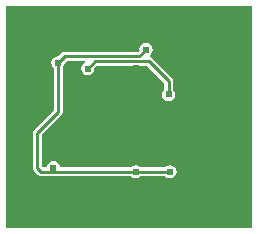
<source format=gbl>
G04*
G04 #@! TF.GenerationSoftware,Altium Limited,Altium Designer,19.0.15 (446)*
G04*
G04 Layer_Physical_Order=4*
G04 Layer_Color=16711680*
%FSLAX24Y24*%
%MOIN*%
G70*
G01*
G75*
%ADD10C,0.0098*%
%ADD38C,0.0240*%
G36*
X4297Y-3706D02*
X-3903D01*
Y3706D01*
X4297D01*
Y-3706D01*
D02*
G37*
%LPC*%
G36*
X758Y2478D02*
X672Y2461D01*
X599Y2413D01*
X551Y2340D01*
X534Y2254D01*
X535Y2246D01*
X468Y2180D01*
X-1959D01*
X-2017Y2168D01*
X-2066Y2135D01*
X-2168Y2034D01*
X-2175Y2035D01*
X-2261Y2018D01*
X-2334Y1970D01*
X-2382Y1897D01*
X-2400Y1811D01*
X-2382Y1725D01*
X-2334Y1652D01*
X-2327Y1648D01*
Y238D01*
X-2984Y-419D01*
X-3017Y-469D01*
X-3029Y-527D01*
Y-1683D01*
X-3017Y-1741D01*
X-2984Y-1791D01*
X-2847Y-1928D01*
X-2847Y-1928D01*
X-2797Y-1961D01*
X-2739Y-1973D01*
X-2739Y-1973D01*
X241D01*
X245Y-1979D01*
X318Y-2028D01*
X404Y-2045D01*
X489Y-2028D01*
X562Y-1979D01*
X566Y-1973D01*
X1382D01*
X1387Y-1979D01*
X1459Y-2028D01*
X1545Y-2045D01*
X1631Y-2028D01*
X1704Y-1979D01*
X1753Y-1907D01*
X1770Y-1821D01*
X1753Y-1735D01*
X1704Y-1662D01*
X1631Y-1614D01*
X1545Y-1597D01*
X1459Y-1614D01*
X1387Y-1662D01*
X1382Y-1669D01*
X566D01*
X562Y-1662D01*
X489Y-1614D01*
X404Y-1597D01*
X318Y-1614D01*
X245Y-1662D01*
X241Y-1669D01*
X-2115D01*
X-2130Y-1597D01*
X-2178Y-1524D01*
X-2251Y-1476D01*
X-2337Y-1459D01*
X-2423Y-1476D01*
X-2495Y-1524D01*
X-2544Y-1597D01*
X-2558Y-1669D01*
X-2676D01*
X-2725Y-1620D01*
Y-590D01*
X-2068Y67D01*
X-2068Y67D01*
X-2035Y117D01*
X-2023Y175D01*
Y1648D01*
X-2017Y1652D01*
X-1968Y1725D01*
X-1951Y1811D01*
X-1952Y1819D01*
X-1896Y1875D01*
X-1286D01*
X-1277Y1826D01*
X-1350Y1778D01*
X-1398Y1705D01*
X-1415Y1619D01*
X-1398Y1533D01*
X-1350Y1460D01*
X-1277Y1412D01*
X-1191Y1395D01*
X-1105Y1412D01*
X-1032Y1460D01*
X-984Y1533D01*
X-967Y1619D01*
X-968Y1627D01*
X-877Y1718D01*
X784D01*
X1354Y1148D01*
Y921D01*
X1347Y916D01*
X1299Y844D01*
X1282Y758D01*
X1299Y672D01*
X1347Y599D01*
X1420Y551D01*
X1506Y534D01*
X1592Y551D01*
X1665Y599D01*
X1713Y672D01*
X1730Y758D01*
X1713Y844D01*
X1665Y916D01*
X1658Y921D01*
Y1211D01*
X1646Y1269D01*
X1613Y1318D01*
X1613Y1318D01*
X954Y1978D01*
X905Y2011D01*
X885Y2014D01*
X875Y2067D01*
X916Y2095D01*
X965Y2168D01*
X982Y2254D01*
X965Y2340D01*
X916Y2413D01*
X844Y2461D01*
X758Y2478D01*
D02*
G37*
%LPD*%
D10*
X-1191Y1619D02*
X-940Y1870D01*
X531Y2027D02*
X758Y2254D01*
X-2175Y1811D02*
X-1959Y2027D01*
X531D01*
X-940Y1870D02*
X847D01*
X1506Y1211D01*
Y758D02*
Y1211D01*
X404Y-1821D02*
X404Y-1821D01*
X-2739Y-1821D02*
X404D01*
X-2877Y-1683D02*
X-2739Y-1821D01*
X-2175Y175D02*
Y1811D01*
X-2877Y-527D02*
X-2175Y175D01*
X-2877Y-1683D02*
Y-527D01*
X404Y-1821D02*
X1545D01*
D38*
X758Y2254D02*
D03*
X404Y2263D02*
D03*
X2600Y717D02*
D03*
X2913Y1053D02*
D03*
X2160Y1804D02*
D03*
X1589Y2917D02*
D03*
X404Y1634D02*
D03*
X2539Y1073D02*
D03*
X1506Y758D02*
D03*
X2204Y738D02*
D03*
X2539Y1427D02*
D03*
X2569Y-39D02*
D03*
X4176Y-79D02*
D03*
Y679D02*
D03*
X3566D02*
D03*
X3566Y-79D02*
D03*
X3490Y-3590D02*
D03*
Y-2590D02*
D03*
X2472D02*
D03*
Y-3590D02*
D03*
X2825Y-797D02*
D03*
X3570Y3590D02*
D03*
X757D02*
D03*
X4176Y-3590D02*
D03*
Y-2590D02*
D03*
Y-1590D02*
D03*
X2472D02*
D03*
X3490D02*
D03*
Y-590D02*
D03*
X4176D02*
D03*
X2570Y3590D02*
D03*
X4176D02*
D03*
X1570D02*
D03*
X4176Y2590D02*
D03*
X3570D02*
D03*
X4176Y1590D02*
D03*
X3570D02*
D03*
X-1580Y2520D02*
D03*
X-1610Y1760D02*
D03*
X709Y-709D02*
D03*
X236D02*
D03*
X-236D02*
D03*
X-709D02*
D03*
X709Y-236D02*
D03*
X236D02*
D03*
X-236D02*
D03*
X-709D02*
D03*
X709Y236D02*
D03*
X236D02*
D03*
X-236D02*
D03*
X-709D02*
D03*
X709Y709D02*
D03*
X236D02*
D03*
X-236D02*
D03*
X-709D02*
D03*
X-2002Y-1330D02*
D03*
X-3790D02*
D03*
X1417Y-1378D02*
D03*
X1211Y-2550D02*
D03*
X404Y-2244D02*
D03*
X1545Y-1821D02*
D03*
X404Y-1821D02*
D03*
X-709Y1457D02*
D03*
X-2175Y1811D02*
D03*
X-3062Y-157D02*
D03*
X-2337Y-1683D02*
D03*
X-3790Y-3590D02*
D03*
Y-2470D02*
D03*
Y984D02*
D03*
Y2362D02*
D03*
Y3590D02*
D03*
X-2559D02*
D03*
X-1575D02*
D03*
X-719D02*
D03*
X-2559Y2362D02*
D03*
X-787Y2559D02*
D03*
X-2913Y1467D02*
D03*
X-2835Y1033D02*
D03*
X-2619Y394D02*
D03*
X-3790Y-60D02*
D03*
X-2500Y-3590D02*
D03*
X-2503Y-2559D02*
D03*
X-1912D02*
D03*
X-1970Y-3590D02*
D03*
X-1020D02*
D03*
X-1516Y-2864D02*
D03*
X-1043D02*
D03*
X148Y-2559D02*
D03*
X260Y-3590D02*
D03*
X1208D02*
D03*
X1496Y-2234D02*
D03*
X-1191Y1619D02*
D03*
M02*

</source>
